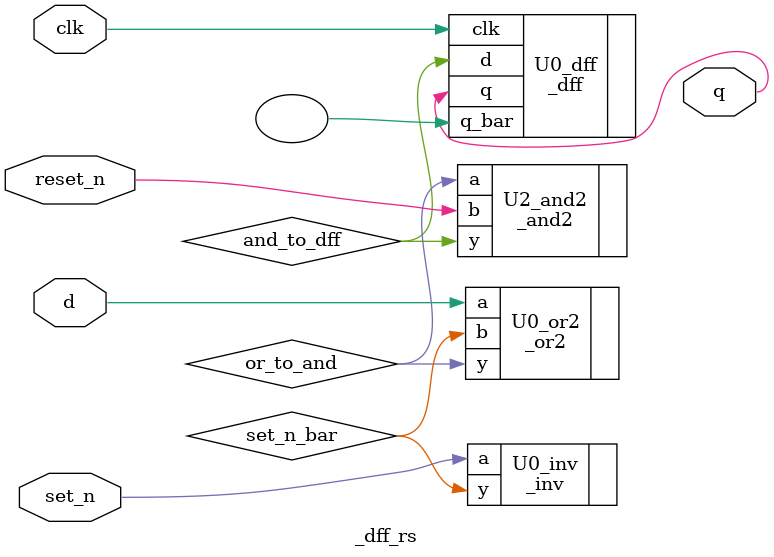
<source format=v>
module _dff_rs(d,set_n,reset_n,clk,q); // this module makes set/reset d flip flop
input d,set_n,reset_n,clk; // define input d, set_n, reset_n, clk
output q; // define output q

wire set_n_bar, or_to_and, and_to_dff; // define wire 

_inv U0_inv( // inverter instance
	.a(set_n),
	.y(set_n_bar)
	);

_or2 U0_or2( // 2 input or gate instance
	.a(d),
	.b(set_n_bar),
	.y(or_to_and)
	);

_and2 U2_and2( // 2 input and gate instance
	.a(or_to_and),
	.b(reset_n),
	.y(and_to_dff)
	);

_dff U0_dff( // d flipflop instance
	.d(and_to_dff),
	.clk(clk),
	.q(q),
	.q_bar()
	);
	
endmodule // end of module

</source>
